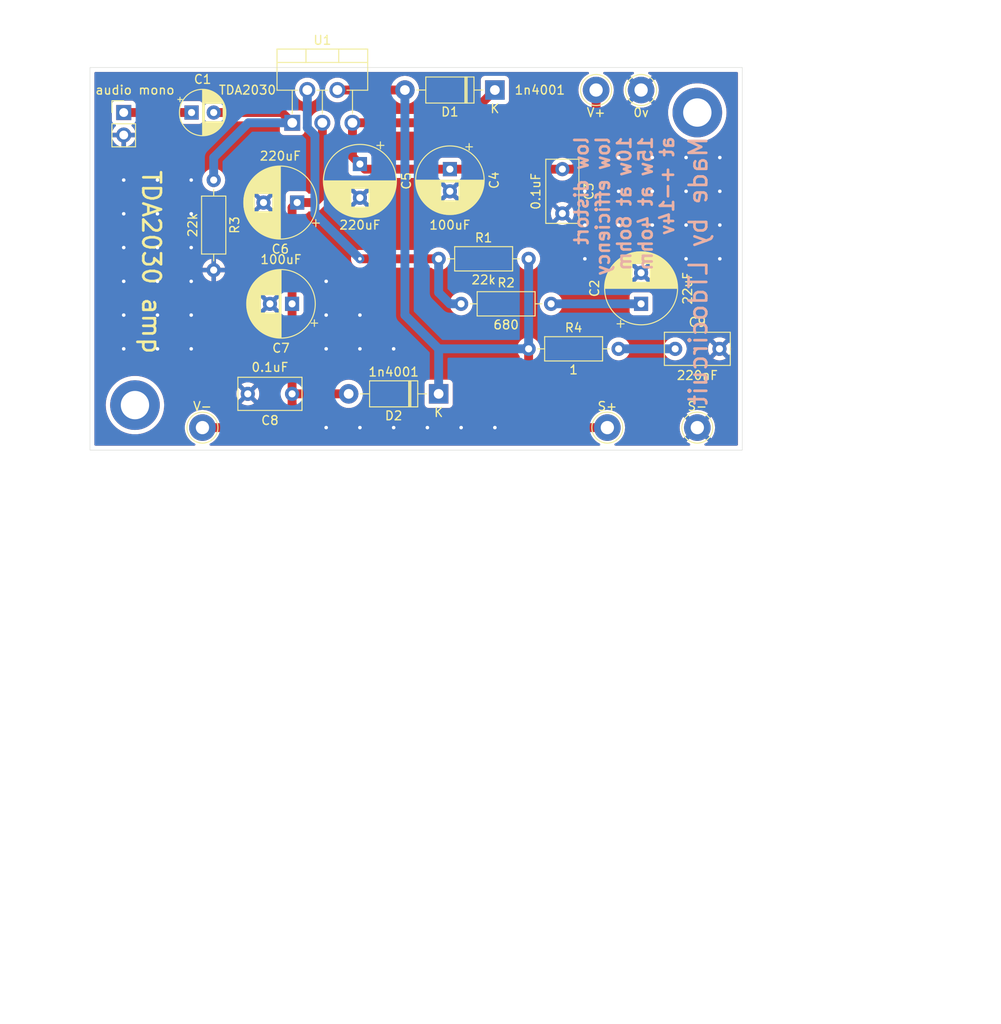
<source format=kicad_pcb>
(kicad_pcb (version 20240108) (generator "pcbnew") (generator_version "8.0")
  (layers (0 "F.Cu" signal) (31 "B.Cu" signal) (34 "B.Paste" user) (35 "F.Paste" user) (36 "B.SilkS" user "B.Silkscreen") (37 "F.SilkS" user "F.Silkscreen") (38 "B.Mask" user) (39 "F.Mask" user) (44 "Edge.Cuts" user))
  (net 0 "")
  (net 1 "GND")
  (net 2 "Net-(C2-Pad1)")
  (net 3 "v+")
  (net 4 "V-")
  (net 5 "Net-(U1--)")
  (net 6 "Net-(U1-+)")
  (net 7 "Net-(C9-Pad1)")
  (net 8 "audio in")
  (net 9 "S+")
  (footprint "Capacitor_THT:CP_Radial_D7.5mm_P2.50mm" (layer "F.Cu") (at 175.22 77.47 180)
    (property "Reference" "C7" (at 1.25 -5 0) (layer "F.SilkS"))
    (property "Value" "100uF" (at 1.25 5 0) (layer "F.SilkS"))
    (pad "1" thru_hole rect (at 0 0 180) (size 1.6 1.6) (drill 0.8) (layers "*.Cu" "*.Mask") (net 4 "V-"))
    (pad "2" thru_hole circle (at 2.5 0 180) (size 1.6 1.6) (drill 0.8) (layers "*.Cu" "*.Mask") (net 1 "GND"))
  )
  (footprint "Capacitor_THT:CP_Radial_D7.5mm_P2.50mm" (layer "F.Cu") (at 193.04 62.27 -90)
    (property "Reference" "C4" (at 1.25 -5 90) (layer "F.SilkS"))
    (property "Value" "100uF" (at 6.31 0 180) (layer "F.SilkS"))
    (pad "1" thru_hole rect (at 0 0 270) (size 1.6 1.6) (drill 0.8) (layers "*.Cu" "*.Mask") (net 3 "v+"))
    (pad "2" thru_hole circle (at 2.5 0 270) (size 1.6 1.6) (drill 0.8) (layers "*.Cu" "*.Mask") (net 1 "GND"))
  )
  (footprint "Capacitor_THT:CP_Radial_D8.0mm_P3.80mm" (layer "F.Cu") (at 182.88 61.697349 -90)
    (property "Reference" "C5" (at 1.9 -5.25 90) (layer "F.SilkS"))
    (property "Value" "220uF" (at 6.882651 0 180) (layer "F.SilkS"))
    (pad "1" thru_hole rect (at 0 0 270) (size 1.6 1.6) (drill 0.8) (layers "*.Cu" "*.Mask") (net 3 "v+"))
    (pad "2" thru_hole circle (at 3.8 0 270) (size 1.6 1.6) (drill 0.8) (layers "*.Cu" "*.Mask") (net 1 "GND"))
  )
  (footprint "Resistor_THT:R_Axial_DIN0207_L6.3mm_D2.5mm_P10.16mm_Horizontal" (layer "F.Cu") (at 194.31 77.47)
    (property "Reference" "R2" (at 5.08 -2.37 0) (layer "F.SilkS"))
    (property "Value" "680" (at 5.08 2.37 0) (layer "F.SilkS"))
    (pad "1" thru_hole circle (at 0 0) (size 1.6 1.6) (drill 0.8) (layers "*.Cu" "*.Mask") (net 5 "Net-(U1--)"))
    (pad "2" thru_hole oval (at 10.16 0) (size 1.6 1.6) (drill 0.8) (layers "*.Cu" "*.Mask") (net 2 "Net-(C2-Pad1)"))
  )
  (footprint "MountingHole:MountingHole_3.2mm_M3_DIN965_Pad" (layer "F.Cu") (at 157.48 88.9)
    (property "Reference" "REF**" (hide yes))
    (property "Value" "MountingHole_3.2mm_M3_DIN965_Pad" (hide yes))
    (pad "1" thru_hole circle (at 0 0) (size 5.6 5.6) (drill 3.2) (layers "*.Cu" "*.Mask"))
  )
  (footprint "Capacitor_THT:CP_Radial_D5.0mm_P2.50mm" (layer "F.Cu") (at 163.87 55.88)
    (property "Reference" "C1" (at 1.25 -3.75 0) (layer "F.SilkS"))
    (property "Value" "1uF")
    (pad "1" thru_hole rect (at 0 0) (size 1.6 1.6) (drill 0.8) (layers "*.Cu" "*.Mask") (net 8 "audio in"))
    (pad "2" thru_hole circle (at 2.5 0) (size 1.6 1.6) (drill 0.8) (layers "*.Cu" "*.Mask") (net 6 "Net-(U1-+)"))
  )
  (footprint "Connector_PinHeader_2.54mm:PinHeader_1x02_P2.54mm_Vertical" (layer "F.Cu") (at 156.21 55.88)
    (property "Reference" "audio mono" (at 1.27 -2.54 0) (layer "F.SilkS"))
    (property "Value" "PinHeader_1x02_P2.54mm_Vertical" (hide yes))
    (pad "1" thru_hole rect (at 0 0) (size 1.7 1.7) (drill 1) (layers "*.Cu" "*.Mask") (net 8 "audio in"))
    (pad "2" thru_hole oval (at 0 2.54) (size 1.7 1.7) (drill 1) (layers "*.Cu" "*.Mask") (net 1 "GND"))
  )
  (footprint "TestPoint:TestPoint_THTPad_D3.0mm_Drill1.5mm" (layer "F.Cu") (at 209.55 53.34)
    (property "Reference" "V+" (at 0 2.54 0) (layer "F.SilkS"))
    (property "Value" "TestPoint_THTPad_D3.0mm_Drill1.5mm" (hide yes))
    (pad "1" thru_hole circle (at 0 0) (size 3 3) (drill 1.5) (layers "*.Cu" "*.Mask") (net 3 "v+"))
  )
  (footprint "Resistor_THT:R_Axial_DIN0207_L6.3mm_D2.5mm_P10.16mm_Horizontal" (layer "F.Cu") (at 201.93 82.55)
    (property "Reference" "R4" (at 5.08 -2.37 0) (layer "F.SilkS"))
    (property "Value" "1" (at 5.08 2.37 0) (layer "F.SilkS"))
    (pad "1" thru_hole circle (at 0 0) (size 1.6 1.6) (drill 0.8) (layers "*.Cu" "*.Mask") (net 9 "S+"))
    (pad "2" thru_hole oval (at 10.16 0) (size 1.6 1.6) (drill 0.8) (layers "*.Cu" "*.Mask") (net 7 "Net-(C9-Pad1)"))
  )
  (footprint "Capacitor_THT:CP_Radial_D8.0mm_P3.80mm" (layer "F.Cu") (at 175.792651 66.04 180)
    (property "Reference" "C6" (at 1.9 -5.25 0) (layer "F.SilkS"))
    (property "Value" "220uF" (at 1.9 5.25 0) (layer "F.SilkS"))
    (pad "1" thru_hole rect (at 0 0 180) (size 1.6 1.6) (drill 0.8) (layers "*.Cu" "*.Mask") (net 4 "V-"))
    (pad "2" thru_hole circle (at 3.8 0 180) (size 1.6 1.6) (drill 0.8) (layers "*.Cu" "*.Mask") (net 1 "GND"))
  )
  (footprint "Diode_THT:D_DO-41_SOD81_P10.16mm_Horizontal" (layer "F.Cu") (at 198.12 53.34 180)
    (property "Reference" "D1" (at 5.08 -2.47 0) (layer "F.SilkS"))
    (property "Value" "1n4001" (at -5.08 0 0) (layer "F.SilkS"))
    (fp_text user "K" (at 0 -2.1 0) (layer "F.SilkS"))
    (pad "1" thru_hole rect (at 0 0 180) (size 2.2 2.2) (drill 1.1) (layers "*.Cu" "*.Mask") (net 3 "v+"))
    (pad "2" thru_hole oval (at 10.16 0 180) (size 2.2 2.2) (drill 1.1) (layers "*.Cu" "*.Mask") (net 9 "S+"))
  )
  (footprint "TestPoint:TestPoint_THTPad_D3.0mm_Drill1.5mm" (layer "F.Cu") (at 220.98 91.44)
    (property "Reference" "S-" (at 0 -2.398 0) (layer "F.SilkS"))
    (property "Value" "TestPoint_THTPad_D3.0mm_Drill1.5mm" (hide yes))
    (pad "1" thru_hole circle (at 0 0) (size 3 3) (drill 1.5) (layers "*.Cu" "*.Mask") (net 1 "GND"))
  )
  (footprint "Diode_THT:D_DO-41_SOD81_P10.16mm_Horizontal" (layer "F.Cu") (at 191.77 87.63 180)
    (property "Reference" "D2" (at 5.08 -2.47 0) (layer "F.SilkS"))
    (property "Value" "1n4001" (at 5.08 2.47 0) (layer "F.SilkS"))
    (fp_text user "K" (at 0 -2.1 0) (layer "F.SilkS"))
    (pad "1" thru_hole rect (at 0 0 180) (size 2.2 2.2) (drill 1.1) (layers "*.Cu" "*.Mask") (net 9 "S+"))
    (pad "2" thru_hole oval (at 10.16 0 180) (size 2.2 2.2) (drill 1.1) (layers "*.Cu" "*.Mask") (net 4 "V-"))
  )
  (footprint "Capacitor_THT:C_Rect_L7.0mm_W3.5mm_P5.00mm" (layer "F.Cu") (at 205.74 62.27 -90)
    (property "Reference" "C3" (at 2.5 -3 90) (layer "F.SilkS"))
    (property "Value" "0.1uF" (at 2.5 3 -90) (layer "F.SilkS"))
    (pad "1" thru_hole circle (at 0 0 270) (size 1.6 1.6) (drill 0.8) (layers "*.Cu" "*.Mask") (net 3 "v+"))
    (pad "2" thru_hole circle (at 5 0 270) (size 1.6 1.6) (drill 0.8) (layers "*.Cu" "*.Mask") (net 1 "GND"))
  )
  (footprint "TestPoint:TestPoint_THTPad_D3.0mm_Drill1.5mm" (layer "F.Cu") (at 210.82 91.44)
    (property "Reference" "S+" (at 0 -2.398 0) (layer "F.SilkS"))
    (property "Value" "TestPoint_THTPad_D3.0mm_Drill1.5mm" (hide yes))
    (pad "1" thru_hole circle (at 0 0) (size 3 3) (drill 1.5) (layers "*.Cu" "*.Mask") (net 9 "S+"))
  )
  (footprint "TestPoint:TestPoint_THTPad_D3.0mm_Drill1.5mm" (layer "F.Cu") (at 214.63 53.34)
    (property "Reference" "0v" (at 0 2.54 0) (layer "F.SilkS"))
    (property "Value" "TestPoint_THTPad_D3.0mm_Drill1.5mm" (hide yes))
    (pad "1" thru_hole circle (at 0 0) (size 3 3) (drill 1.5) (layers "*.Cu" "*.Mask") (net 1 "GND"))
  )
  (footprint "MountingHole:MountingHole_3.2mm_M3_DIN965_Pad" (layer "F.Cu") (at 220.98 55.88)
    (property "Reference" "REF**" (hide yes))
    (property "Value" "MountingHole_3.2mm_M3_DIN965_Pad" (hide yes))
    (pad "1" thru_hole circle (at 0 0) (size 5.6 5.6) (drill 3.2) (layers "*.Cu" "*.Mask"))
  )
  (footprint "TestPoint:TestPoint_THTPad_D3.0mm_Drill1.5mm" (layer "F.Cu") (at 165.1 91.44)
    (property "Reference" "V-" (at 0 -2.398 0) (layer "F.SilkS"))
    (property "Value" "TestPoint_THTPad_D3.0mm_Drill1.5mm" (hide yes))
    (pad "1" thru_hole circle (at 0 0) (size 3 3) (drill 1.5) (layers "*.Cu" "*.Mask") (net 4 "V-"))
  )
  (footprint "Package_TO_SOT_THT:TO-220-5_P3.4x3.7mm_StaggerOdd_Lead3.8mm_Vertical" (layer "F.Cu") (at 175.24 57.04)
    (property "Reference" "U1" (at 3.4 -9.32 0) (layer "F.SilkS"))
    (property "Value" "TDA2030" (at -5.06 -3.7 0) (layer "F.SilkS"))
    (pad "1" thru_hole rect (at 0 0) (size 1.8 1.8) (drill 1.1) (layers "*.Cu" "*.Mask") (net 6 "Net-(U1-+)"))
    (pad "2" thru_hole oval (at 1.7 -3.7) (size 1.8 1.8) (drill 1.1) (layers "*.Cu" "*.Mask") (net 5 "Net-(U1--)"))
    (pad "3" thru_hole oval (at 3.4 0) (size 1.8 1.8) (drill 1.1) (layers "*.Cu" "*.Mask") (net 4 "V-"))
    (pad "4" thru_hole oval (at 5.1 -3.7) (size 1.8 1.8) (drill 1.1) (layers "*.Cu" "*.Mask") (net 9 "S+"))
    (pad "5" thru_hole oval (at 6.8 0) (size 1.8 1.8) (drill 1.1) (layers "*.Cu" "*.Mask") (net 3 "v+"))
  )
  (footprint "Resistor_THT:R_Axial_DIN0207_L6.3mm_D2.5mm_P10.16mm_Horizontal" (layer "F.Cu") (at 166.37 63.5 -90)
    (property "Reference" "R3" (at 5.08 -2.37 90) (layer "F.SilkS"))
    (property "Value" "22k" (at 5.08 2.37 90) (layer "F.SilkS"))
    (pad "1" thru_hole circle (at 0 0 270) (size 1.6 1.6) (drill 0.8) (layers "*.Cu" "*.Mask") (net 6 "Net-(U1-+)"))
    (pad "2" thru_hole oval (at 10.16 0 270) (size 1.6 1.6) (drill 0.8) (layers "*.Cu" "*.Mask") (net 1 "GND"))
  )
  (footprint "Capacitor_THT:C_Rect_L7.2mm_W3.5mm_P5.00mm_FKS2_FKP2_MKS2_MKP2" (layer "F.Cu") (at 218.48 82.55)
    (property "Reference" "C9" (at 2.5 -3 0) (layer "F.SilkS"))
    (property "Value" "220nF" (at 2.5 3 0) (layer "F.SilkS"))
    (pad "1" thru_hole circle (at 0 0) (size 1.6 1.6) (drill 0.8) (layers "*.Cu" "*.Mask") (net 7 "Net-(C9-Pad1)"))
    (pad "2" thru_hole circle (at 5 0) (size 1.6 1.6) (drill 0.8) (layers "*.Cu" "*.Mask") (net 1 "GND"))
  )
  (footprint "Capacitor_THT:CP_Radial_D8.0mm_P3.50mm" (layer "F.Cu") (at 214.63 77.47 90)
    (property "Reference" "C2" (at 1.75 -5.25 90) (layer "F.SilkS"))
    (property "Value" "22uF" (at 1.75 5.25 90) (layer "F.SilkS"))
    (pad "1" thru_hole rect (at 0 0 90) (size 1.6 1.6) (drill 0.8) (layers "*.Cu" "*.Mask") (net 2 "Net-(C2-Pad1)"))
    (pad "2" thru_hole circle (at 3.5 0 90) (size 1.6 1.6) (drill 0.8) (layers "*.Cu" "*.Mask") (net 1 "GND"))
  )
  (footprint "Capacitor_THT:C_Rect_L7.0mm_W3.5mm_P5.00mm" (layer "F.Cu") (at 175.22 87.63 180)
    (property "Reference" "C8" (at 2.5 -3 0) (layer "F.SilkS"))
    (property "Value" "0.1uF" (at 2.5 3 0) (layer "F.SilkS"))
    (pad "1" thru_hole circle (at 0 0 180) (size 1.6 1.6) (drill 0.8) (layers "*.Cu" "*.Mask") (net 4 "V-"))
    (pad "2" thru_hole circle (at 5 0 180) (size 1.6 1.6) (drill 0.8) (layers "*.Cu" "*.Mask") (net 1 "GND"))
  )
  (footprint "Resistor_THT:R_Axial_DIN0207_L6.3mm_D2.5mm_P10.16mm_Horizontal" (layer "F.Cu") (at 191.77 72.39)
    (property "Reference" "R1" (at 5.08 -2.37 0) (layer "F.SilkS"))
    (property "Value" "22k" (at 5.08 2.37 0) (layer "F.SilkS"))
    (pad "1" thru_hole circle (at 0 0) (size 1.6 1.6) (drill 0.8) (layers "*.Cu" "*.Mask") (net 5 "Net-(U1--)"))
    (pad "2" thru_hole oval (at 10.16 0) (size 1.6 1.6) (drill 0.8) (layers "*.Cu" "*.Mask") (net 9 "S+"))
  )
  (gr_rect (start 152.4 50.8) (end 226.06 93.98) (stroke (width 0.05)) (fill none) (layer "Edge.Cuts"))
  (gr_text "Made by LTdocircuit" (at 222.25 58.42 90) (layer "B.SilkS") (effects (font (size 2 2) (thickness 0.3)) (justify left bottom mirror)))
  (gr_text "low distort\nlow efficiency\n10w at 8ohm\n15w at 4ohm\nat +-14v" (at 218.44 58.42 90) (layer "B.SilkS") (effects (font (size 1.5 1.5) (thickness 0.3) (bold yes)) (justify left bottom mirror)))
  (gr_text "TDA2030 amp\n\n" (at 154.94 62.23 270) (layer "F.SilkS") (effects (font (size 2 2) (thickness 0.3)) (justify left bottom)))
  (via (at 182.88 91.44) (size 1) (drill 0.4) (layers "F.Cu" "B.Cu") (net 1))
  (via (at 163.83 63.5) (size 1) (drill 0.4) (layers "F.Cu" "B.Cu") (net 1))
  (via (at 219.71 60.96) (size 1) (drill 0.4) (layers "F.Cu" "B.Cu") (net 1))
  (via (at 186.69 91.44) (size 1) (drill 0.4) (layers "F.Cu" "B.Cu") (net 1))
  (via (at 156.21 63.5) (size 1) (drill 0.4) (layers "F.Cu" "B.Cu") (net 1))
  (via (at 212.09 60.96) (size 1) (drill 0.4) (layers "F.Cu" "B.Cu") (net 1))
  (via (at 163.83 71.12) (size 1) (drill 0.4) (layers "F.Cu" "B.Cu") (net 1))
  (via (at 198.12 91.44) (size 1) (drill 0.4) (layers "F.Cu" "B.Cu") (net 1))
  (via (at 182.88 78.74) (size 1) (drill 0.4) (layers "F.Cu" "B.Cu") (net 1))
  (via (at 194.31 91.44) (size 1) (drill 0.4) (layers "F.Cu" "B.Cu") (net 1))
  (via (at 156.21 74.93) (size 1) (drill 0.4) (layers "F.Cu" "B.Cu") (net 1))
  (via (at 223.52 64.77) (size 1) (drill 0.4) (layers "F.Cu" "B.Cu") (net 1))
  (via (at 179.07 78.74) (size 1) (drill 0.4) (layers "F.Cu" "B.Cu") (net 1))
  (via (at 223.52 60.96) (size 1) (drill 0.4) (layers "F.Cu" "B.Cu") (net 1))
  (via (at 163.83 74.93) (size 1) (drill 0.4) (layers "F.Cu" "B.Cu") (net 1))
  (via (at 223.52 68.58) (size 1) (drill 0.4) (layers "F.Cu" "B.Cu") (net 1))
  (via (at 160.02 63.5) (size 1) (drill 0.4) (layers "F.Cu" "B.Cu") (net 1))
  (via (at 215.9 68.58) (size 1) (drill 0.4) (layers "F.Cu" "B.Cu") (net 1))
  (via (at 208.28 68.58) (size 1) (drill 0.4) (layers "F.Cu" "B.Cu") (net 1))
  (via (at 190.5 91.44) (size 1) (drill 0.4) (layers "F.Cu" "B.Cu") (net 1))
  (via (at 179.07 82.55) (size 1) (drill 0.4) (layers "F.Cu" "B.Cu") (net 1))
  (via (at 163.83 67.31) (size 1) (drill 0.4) (layers "F.Cu" "B.Cu") (net 1))
  (via (at 212.09 68.58) (size 1) (drill 0.4) (layers "F.Cu" "B.Cu") (net 1))
  (via (at 179.07 91.44) (size 1) (drill 0.4) (layers "F.Cu" "B.Cu") (net 1))
  (via (at 156.21 71.12) (size 1) (drill 0.4) (layers "F.Cu" "B.Cu") (net 1))
  (via (at 208.28 72.39) (size 1) (drill 0.4) (layers "F.Cu" "B.Cu") (net 1))
  (via (at 182.88 82.55) (size 1) (drill 0.4) (layers "F.Cu" "B.Cu") (net 1))
  (via (at 156.21 78.74) (size 1) (drill 0.4) (layers "F.Cu" "B.Cu") (net 1))
  (via (at 163.83 78.74) (size 1) (drill 0.4) (layers "F.Cu" "B.Cu") (net 1))
  (via (at 215.9 64.77) (size 1) (drill 0.4) (layers "F.Cu" "B.Cu") (net 1))
  (via (at 160.02 78.74) (size 1) (drill 0.4) (layers "F.Cu" "B.Cu") (net 1))
  (via (at 219.71 68.58) (size 1) (drill 0.4) (layers "F.Cu" "B.Cu") (net 1))
  (via (at 160.02 74.93) (size 1) (drill 0.4) (layers "F.Cu" "B.Cu") (net 1))
  (via (at 163.83 82.55) (size 1) (drill 0.4) (layers "F.Cu" "B.Cu") (net 1))
  (via (at 223.52 72.39) (size 1) (drill 0.4) (layers "F.Cu" "B.Cu") (net 1))
  (via (at 208.28 64.77) (size 1) (drill 0.4) (layers "F.Cu" "B.Cu") (net 1))
  (via (at 160.02 67.31) (size 1) (drill 0.4) (layers "F.Cu" "B.Cu") (net 1))
  (via (at 212.09 64.77) (size 1) (drill 0.4) (layers "F.Cu" "B.Cu") (net 1))
  (via (at 156.21 82.55) (size 1) (drill 0.4) (layers "F.Cu" "B.Cu") (net 1))
  (via (at 160.02 71.12) (size 1) (drill 0.4) (layers "F.Cu" "B.Cu") (net 1))
  (via (at 219.71 72.39) (size 1) (drill 0.4) (layers "F.Cu" "B.Cu") (net 1))
  (via (at 219.71 64.77) (size 1) (drill 0.4) (layers "F.Cu" "B.Cu") (net 1))
  (via (at 179.07 74.93) (size 1) (drill 0.4) (layers "F.Cu" "B.Cu") (net 1))
  (via (at 156.21 67.31) (size 1) (drill 0.4) (layers "F.Cu" "B.Cu") (net 1))
  (via (at 160.02 82.55) (size 1) (drill 0.4) (layers "F.Cu" "B.Cu") (net 1))
  (via (at 215.9 60.96) (size 1) (drill 0.4) (layers "F.Cu" "B.Cu") (net 1))
  (via (at 186.69 82.55) (size 1) (drill 0.4) (layers "F.Cu" "B.Cu") (net 1))
  (segment (start 214.63 77.47) (end 204.47 77.47) (width 1) (layer "B.Cu") (net 2))
  (segment (start 194.42 57.04) (end 182.04 57.04) (width 1) (layer "F.Cu") (net 3))
  (segment (start 206.97 62.27) (end 205.74 62.27) (width 1) (layer "F.Cu") (net 3))
  (segment (start 182.04 60.857349) (end 182.88 61.697349) (width 1) (layer "F.Cu") (net 3))
  (segment (start 209.55 60.96) (end 208.28 62.23) (width 1) (layer "F.Cu") (net 3))
  (segment (start 193.08 62.27) (end 193.04 62.31) (width 1) (layer "F.Cu") (net 3))
  (segment (start 209.55 53.34) (end 209.55 60.96) (width 1) (layer "F.Cu") (net 3))
  (segment (start 198.12 53.34) (end 194.42 57.04) (width 1) (layer "F.Cu") (net 3))
  (segment (start 205.74 62.27) (end 183.452651 62.27) (width 1) (layer "F.Cu") (net 3))
  (segment (start 183.452651 62.27) (end 182.88 61.697349) (width 1) (layer "F.Cu") (net 3))
  (segment (start 207.01 62.23) (end 206.97 62.27) (width 1) (layer "F.Cu") (net 3))
  (segment (start 208.28 62.23) (end 207.01 62.23) (width 1) (layer "F.Cu") (net 3))
  (segment (start 182.04 57.04) (end 182.04 60.857349) (width 1) (layer "F.Cu") (net 3))
  (segment (start 181.61 87.63) (end 175.22 87.63) (width 1) (layer "F.Cu") (net 4))
  (segment (start 175.22 66.612651) (end 175.792651 66.04) (width 1) (layer "F.Cu") (net 4))
  (segment (start 175.22 88.86) (end 175.22 87.63) (width 1) (layer "F.Cu") (net 4))
  (segment (start 175.26 90.17) (end 175.26 88.9) (width 1) (layer "F.Cu") (net 4))
  (segment (start 165.1 91.44) (end 173.99 91.44) (width 1) (layer "F.Cu") (net 4))
  (segment (start 175.22 87.63) (end 175.22 66.612651) (width 1) (layer "F.Cu") (net 4))
  (segment (start 177.8 66.04) (end 175.792651 66.04) (width 1) (layer "F.Cu") (net 4))
  (segment (start 178.64 57.04) (end 178.64 65.2) (width 1) (layer "F.Cu") (net 4))
  (segment (start 178.64 65.2) (end 177.8 66.04) (width 1) (layer "F.Cu") (net 4))
  (segment (start 175.26 88.9) (end 175.22 88.86) (width 1) (layer "F.Cu") (net 4))
  (segment (start 173.99 91.44) (end 175.26 90.17) (width 1) (layer "F.Cu") (net 4))
  (segment (start 191.77 72.39) (end 182.88 72.39) (width 1) (layer "F.Cu") (net 5))
  (via (at 182.88 72.39) (size 1) (drill 0.4) (layers "F.Cu" "B.Cu") (net 5))
  (segment (start 191.77 76.2) (end 191.77 72.39) (width 1) (layer "B.Cu") (net 5))
  (segment (start 177.8 58.462742) (end 176.94 57.602742) (width 1) (layer "B.Cu") (net 5))
  (segment (start 182.88 72.39) (end 177.8 67.31) (width 1) (layer "B.Cu") (net 5))
  (segment (start 194.31 77.47) (end 193.04 77.47) (width 1) (layer "B.Cu") (net 5))
  (segment (start 176.94 57.602742) (end 176.94 53.34) (width 1) (layer "B.Cu") (net 5))
  (segment (start 177.8 67.31) (end 177.8 58.462742) (width 1) (layer "B.Cu") (net 5))
  (segment (start 193.04 77.47) (end 191.77 76.2) (width 1) (layer "B.Cu") (net 5))
  (segment (start 166.37 55.88) (end 174.08 55.88) (width 1) (layer "F.Cu") (net 6))
  (segment (start 174.08 55.88) (end 175.24 57.04) (width 1) (layer "F.Cu") (net 6))
  (segment (start 170.29 57.04) (end 175.24 57.04) (width 1) (layer "B.Cu") (net 6))
  (segment (start 166.37 63.5) (end 166.37 60.96) (width 1) (layer "B.Cu") (net 6))
  (segment (start 166.37 60.96) (end 170.29 57.04) (width 1) (layer "B.Cu") (net 6))
  (segment (start 218.48 82.55) (end 212.09 82.55) (width 1) (layer "B.Cu") (net 7))
  (segment (start 156.21 55.88) (end 163.87 55.88) (width 1) (layer "F.Cu") (net 8))
  (segment (start 210.82 91.44) (end 203.2 91.44) (width 1) (layer "F.Cu") (net 9))
  (segment (start 201.93 90.17) (end 201.93 82.55) (width 1) (layer "F.Cu") (net 9))
  (segment (start 203.2 91.44) (end 201.93 90.17) (width 1) (layer "F.Cu") (net 9))
  (segment (start 187.96 53.34) (end 180.34 53.34) (width 1) (layer "F.Cu") (net 9))
  (segment (start 201.93 82.55) (end 191.77 82.55) (width 1) (layer "B.Cu") (net 9))
  (segment (start 191.77 82.55) (end 191.77 87.63) (width 1) (layer "B.Cu") (net 9))
  (segment (start 187.96 78.74) (end 191.77 82.55) (width 1) (layer "B.Cu") (net 9))
  (segment (start 187.96 53.34) (end 187.96 78.74) (width 1) (layer "B.Cu") (net 9))
  (segment (start 201.93 72.39) (end 201.93 82.55) (width 1) (layer "B.Cu") (net 9))
  (zone (net 1) (net_name "GND") (layers "F&B.Cu") (connect_pads (clearance 0.5)) (min_thickness 0.25) (fill yes (thermal_gap 0.5) (thermal_bridge_width 0.5))
    (polygon (pts (xy 142.24 43.18) (xy 255.27 43.18) (xy 255.27 158.75) (xy 142.24 158.75)))
  )
)
</source>
